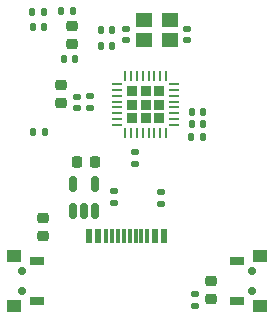
<source format=gtp>
%TF.GenerationSoftware,KiCad,Pcbnew,(6.0.7)*%
%TF.CreationDate,2022-08-05T17:10:29+02:00*%
%TF.ProjectId,C3_mini,43335f6d-696e-4692-9e6b-696361645f70,rev?*%
%TF.SameCoordinates,Original*%
%TF.FileFunction,Paste,Top*%
%TF.FilePolarity,Positive*%
%FSLAX46Y46*%
G04 Gerber Fmt 4.6, Leading zero omitted, Abs format (unit mm)*
G04 Created by KiCad (PCBNEW (6.0.7)) date 2022-08-05 17:10:29*
%MOMM*%
%LPD*%
G01*
G04 APERTURE LIST*
G04 Aperture macros list*
%AMRoundRect*
0 Rectangle with rounded corners*
0 $1 Rounding radius*
0 $2 $3 $4 $5 $6 $7 $8 $9 X,Y pos of 4 corners*
0 Add a 4 corners polygon primitive as box body*
4,1,4,$2,$3,$4,$5,$6,$7,$8,$9,$2,$3,0*
0 Add four circle primitives for the rounded corners*
1,1,$1+$1,$2,$3*
1,1,$1+$1,$4,$5*
1,1,$1+$1,$6,$7*
1,1,$1+$1,$8,$9*
0 Add four rect primitives between the rounded corners*
20,1,$1+$1,$2,$3,$4,$5,0*
20,1,$1+$1,$4,$5,$6,$7,0*
20,1,$1+$1,$6,$7,$8,$9,0*
20,1,$1+$1,$8,$9,$2,$3,0*%
G04 Aperture macros list end*
%ADD10RoundRect,0.140000X0.140000X0.170000X-0.140000X0.170000X-0.140000X-0.170000X0.140000X-0.170000X0*%
%ADD11RoundRect,0.225000X-0.250000X0.225000X-0.250000X-0.225000X0.250000X-0.225000X0.250000X0.225000X0*%
%ADD12RoundRect,0.135000X0.185000X-0.135000X0.185000X0.135000X-0.185000X0.135000X-0.185000X-0.135000X0*%
%ADD13C,0.700000*%
%ADD14R,1.200000X0.700000*%
%ADD15R,1.300000X1.100000*%
%ADD16RoundRect,0.135000X0.135000X0.185000X-0.135000X0.185000X-0.135000X-0.185000X0.135000X-0.185000X0*%
%ADD17RoundRect,0.150000X0.150000X-0.512500X0.150000X0.512500X-0.150000X0.512500X-0.150000X-0.512500X0*%
%ADD18RoundRect,0.225000X-0.225000X-0.250000X0.225000X-0.250000X0.225000X0.250000X-0.225000X0.250000X0*%
%ADD19RoundRect,0.232500X-0.232500X-0.232500X0.232500X-0.232500X0.232500X0.232500X-0.232500X0.232500X0*%
%ADD20RoundRect,0.062500X-0.375000X-0.062500X0.375000X-0.062500X0.375000X0.062500X-0.375000X0.062500X0*%
%ADD21RoundRect,0.062500X-0.062500X-0.375000X0.062500X-0.375000X0.062500X0.375000X-0.062500X0.375000X0*%
%ADD22R,1.400000X1.200000*%
%ADD23RoundRect,0.140000X-0.170000X0.140000X-0.170000X-0.140000X0.170000X-0.140000X0.170000X0.140000X0*%
%ADD24RoundRect,0.218750X-0.256250X0.218750X-0.256250X-0.218750X0.256250X-0.218750X0.256250X0.218750X0*%
%ADD25R,0.600000X1.160000*%
%ADD26R,0.300000X1.160000*%
%ADD27RoundRect,0.140000X-0.140000X-0.170000X0.140000X-0.170000X0.140000X0.170000X-0.140000X0.170000X0*%
%ADD28RoundRect,0.140000X0.170000X-0.140000X0.170000X0.140000X-0.170000X0.140000X-0.170000X-0.140000X0*%
G04 APERTURE END LIST*
D10*
%TO.C,C14*%
X35805000Y-36925000D03*
X34845000Y-36925000D03*
%TD*%
D11*
%TO.C,C17*%
X35700000Y-53100000D03*
X35700000Y-54650000D03*
%TD*%
D12*
%TO.C,R1*%
X41725000Y-51810000D03*
X41725000Y-50790000D03*
%TD*%
D13*
%TO.C,SW1*%
X33925000Y-57550000D03*
X33925000Y-59250000D03*
D14*
X35225000Y-56700000D03*
X35225000Y-60100000D03*
D15*
X33275000Y-60500000D03*
X33275000Y-56300000D03*
%TD*%
D16*
%TO.C,R4*%
X35850000Y-45775000D03*
X34830000Y-45775000D03*
%TD*%
D17*
%TO.C,PS1*%
X38250000Y-52487500D03*
X39200000Y-52487500D03*
X40150000Y-52487500D03*
X40150000Y-50212500D03*
X38250000Y-50212500D03*
%TD*%
D16*
%TO.C,R3*%
X35810000Y-35650000D03*
X34790000Y-35650000D03*
%TD*%
D18*
%TO.C,C18*%
X38550000Y-48375000D03*
X40100000Y-48375000D03*
%TD*%
D10*
%TO.C,C16*%
X38430000Y-39650000D03*
X37470000Y-39650000D03*
%TD*%
D19*
%TO.C,U1*%
X43250000Y-43475000D03*
X44400000Y-44625000D03*
X45550000Y-43475000D03*
X45550000Y-42325000D03*
X43250000Y-42325000D03*
X43250000Y-44625000D03*
X45550000Y-44625000D03*
X44400000Y-42325000D03*
X44400000Y-43475000D03*
D20*
X41962500Y-41725000D03*
X41962500Y-42225000D03*
X41962500Y-42725000D03*
X41962500Y-43225000D03*
X41962500Y-43725000D03*
X41962500Y-44225000D03*
X41962500Y-44725000D03*
X41962500Y-45225000D03*
D21*
X42650000Y-45912500D03*
X43150000Y-45912500D03*
X43650000Y-45912500D03*
X44150000Y-45912500D03*
X44650000Y-45912500D03*
X45150000Y-45912500D03*
X45650000Y-45912500D03*
X46150000Y-45912500D03*
D20*
X46837500Y-45225000D03*
X46837500Y-44725000D03*
X46837500Y-44225000D03*
X46837500Y-43725000D03*
X46837500Y-43225000D03*
X46837500Y-42725000D03*
X46837500Y-42225000D03*
X46837500Y-41725000D03*
D21*
X46150000Y-41037500D03*
X45650000Y-41037500D03*
X45150000Y-41037500D03*
X44650000Y-41037500D03*
X44150000Y-41037500D03*
X43650000Y-41037500D03*
X43150000Y-41037500D03*
X42650000Y-41037500D03*
%TD*%
D22*
%TO.C,Y1*%
X44225000Y-38000000D03*
X46425000Y-38000000D03*
X46425000Y-36300000D03*
X44225000Y-36300000D03*
%TD*%
D23*
%TO.C,C4*%
X38600000Y-42845000D03*
X38600000Y-43805000D03*
%TD*%
D24*
%TO.C,LED1*%
X49950000Y-58400000D03*
X49950000Y-59975000D03*
%TD*%
D12*
%TO.C,R5*%
X48600000Y-60510000D03*
X48600000Y-59490000D03*
%TD*%
D23*
%TO.C,C12*%
X42700000Y-37070000D03*
X42700000Y-38030000D03*
%TD*%
D12*
%TO.C,R2*%
X45675000Y-51910000D03*
X45675000Y-50890000D03*
%TD*%
D25*
%TO.C,J1*%
X39600000Y-54615000D03*
X40400000Y-54615000D03*
D26*
X41550000Y-54615000D03*
X42550000Y-54615000D03*
X43050000Y-54615000D03*
X44050000Y-54615000D03*
D25*
X45200000Y-54615000D03*
X46000000Y-54615000D03*
X46000000Y-54615000D03*
X45200000Y-54615000D03*
D26*
X44550000Y-54615000D03*
X43550000Y-54615000D03*
X42050000Y-54615000D03*
X41050000Y-54615000D03*
D25*
X40400000Y-54615000D03*
X39600000Y-54615000D03*
%TD*%
D11*
%TO.C,C3*%
X37200000Y-41825000D03*
X37200000Y-43375000D03*
%TD*%
D10*
%TO.C,C15*%
X38230000Y-35600000D03*
X37270000Y-35600000D03*
%TD*%
%TO.C,C1*%
X41580000Y-37150000D03*
X40620000Y-37150000D03*
%TD*%
D13*
%TO.C,SW2*%
X53400000Y-57575000D03*
X53400000Y-59275000D03*
D14*
X52100000Y-60125000D03*
X52100000Y-56725000D03*
D15*
X54050000Y-56325000D03*
X54050000Y-60525000D03*
%TD*%
D27*
%TO.C,C11*%
X48320000Y-44125000D03*
X49280000Y-44125000D03*
%TD*%
%TO.C,C8*%
X48320000Y-45150000D03*
X49280000Y-45150000D03*
%TD*%
D23*
%TO.C,C7*%
X43500000Y-47520000D03*
X43500000Y-48480000D03*
%TD*%
%TO.C,C6*%
X39675000Y-42795000D03*
X39675000Y-43755000D03*
%TD*%
D24*
%TO.C,L1*%
X38150000Y-36812500D03*
X38150000Y-38387500D03*
%TD*%
D16*
%TO.C,R6*%
X49285000Y-46250000D03*
X48265000Y-46250000D03*
%TD*%
D10*
%TO.C,C5*%
X41580000Y-38550000D03*
X40620000Y-38550000D03*
%TD*%
D28*
%TO.C,C13*%
X47900000Y-38030000D03*
X47900000Y-37070000D03*
%TD*%
M02*

</source>
